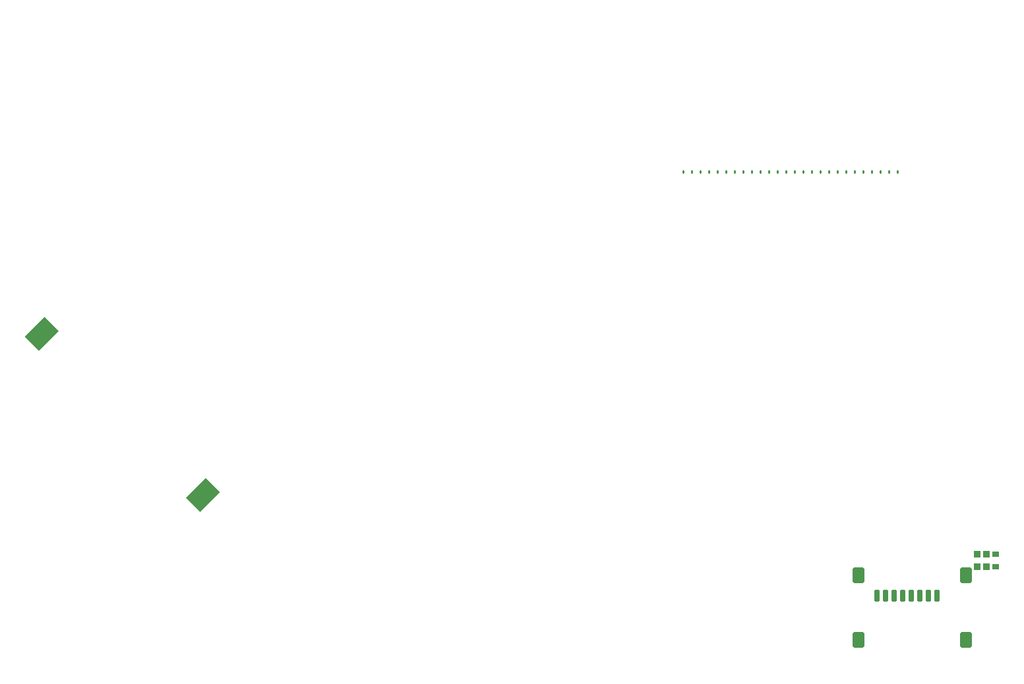
<source format=gbp>
G75*
G70*
%OFA0B0*%
%FSLAX25Y25*%
%IPPOS*%
%LPD*%
%AMOC8*
5,1,8,0,0,1.08239X$1,22.5*
%
%AMM373*
21,1,0.078740,0.045670,-0.000000,0.000000,90.000000*
21,1,0.067320,0.057090,-0.000000,0.000000,90.000000*
1,1,0.011420,0.022840,-0.033660*
1,1,0.011420,0.022840,0.033660*
1,1,0.011420,-0.022840,0.033660*
1,1,0.011420,-0.022840,-0.033660*
%
%AMM374*
21,1,0.059060,0.020470,-0.000000,0.000000,90.000000*
21,1,0.053940,0.025590,-0.000000,0.000000,90.000000*
1,1,0.005120,0.010240,-0.026970*
1,1,0.005120,0.010240,0.026970*
1,1,0.005120,-0.010240,0.026970*
1,1,0.005120,-0.010240,-0.026970*
%
%AMM375*
21,1,0.033470,0.026770,-0.000000,0.000000,270.000000*
21,1,0.026770,0.033470,-0.000000,0.000000,270.000000*
1,1,0.006690,-0.013390,0.013390*
1,1,0.006690,-0.013390,-0.013390*
1,1,0.006690,0.013390,-0.013390*
1,1,0.006690,0.013390,0.013390*
%
%AMM376*
21,1,0.027560,0.030710,-0.000000,0.000000,90.000000*
21,1,0.022050,0.036220,-0.000000,0.000000,90.000000*
1,1,0.005510,0.015350,-0.011020*
1,1,0.005510,0.015350,0.011020*
1,1,0.005510,-0.015350,0.011020*
1,1,0.005510,-0.015350,-0.011020*
%
%ADD111O,0.00000X0.00000*%
%ADD633M373*%
%ADD634M374*%
%ADD635M375*%
%ADD636M376*%
X0000000Y0000000D02*
%LPD*%
G01*
D111*
X0181396Y0335719D03*
X0185235Y0335326D03*
X0188659Y0335719D03*
X0191534Y0335719D03*
X0195057Y0335719D03*
X0203226Y0335719D03*
X0206770Y0335719D03*
X0209566Y0335719D03*
X0213582Y0335326D03*
X0218208Y0335326D03*
X0223522Y0335326D03*
X0228148Y0335326D03*
X0231692Y0331663D03*
X0231692Y0328928D03*
X0231692Y0326250D03*
X0231318Y0323023D03*
X0231692Y0317884D03*
X0231318Y0314066D03*
X0231692Y0309046D03*
X0231692Y0306487D03*
X0231318Y0301763D03*
X0231318Y0297530D03*
X0231318Y0294086D03*
X0231692Y0290838D03*
X0231692Y0267806D03*
G36*
G01*
X0344178Y0257471D02*
X0344178Y0256487D01*
G75*
G02*
X0343686Y0255995I-000492J0000000D01*
G01*
X0343686Y0255995D01*
G75*
G02*
X0343194Y0256487I0000000J0000492D01*
G01*
X0343194Y0257471D01*
G75*
G02*
X0343686Y0257964I0000492J0000000D01*
G01*
X0343686Y0257964D01*
G75*
G02*
X0344178Y0257471I0000000J-000492D01*
G01*
G37*
G36*
G01*
X0348509Y0257471D02*
X0348509Y0256487D01*
G75*
G02*
X0348017Y0255995I-000492J0000000D01*
G01*
X0348017Y0255995D01*
G75*
G02*
X0347525Y0256487I0000000J0000492D01*
G01*
X0347525Y0257471D01*
G75*
G02*
X0348017Y0257964I0000492J0000000D01*
G01*
X0348017Y0257964D01*
G75*
G02*
X0348509Y0257471I0000000J-000492D01*
G01*
G37*
G36*
G01*
X0352840Y0257471D02*
X0352840Y0256487D01*
G75*
G02*
X0352348Y0255995I-000492J0000000D01*
G01*
X0352348Y0255995D01*
G75*
G02*
X0351855Y0256487I0000000J0000492D01*
G01*
X0351855Y0257471D01*
G75*
G02*
X0352348Y0257964I0000492J0000000D01*
G01*
X0352348Y0257964D01*
G75*
G02*
X0352840Y0257471I0000000J-000492D01*
G01*
G37*
G36*
G01*
X0357170Y0257471D02*
X0357170Y0256487D01*
G75*
G02*
X0356678Y0255995I-000492J0000000D01*
G01*
X0356678Y0255995D01*
G75*
G02*
X0356186Y0256487I0000000J0000492D01*
G01*
X0356186Y0257471D01*
G75*
G02*
X0356678Y0257964I0000492J0000000D01*
G01*
X0356678Y0257964D01*
G75*
G02*
X0357170Y0257471I0000000J-000492D01*
G01*
G37*
G36*
G01*
X0361501Y0257471D02*
X0361501Y0256487D01*
G75*
G02*
X0361009Y0255995I-000492J0000000D01*
G01*
X0361009Y0255995D01*
G75*
G02*
X0360517Y0256487I0000000J0000492D01*
G01*
X0360517Y0257471D01*
G75*
G02*
X0361009Y0257964I0000492J0000000D01*
G01*
X0361009Y0257964D01*
G75*
G02*
X0361501Y0257471I0000000J-000492D01*
G01*
G37*
G36*
G01*
X0365832Y0257471D02*
X0365832Y0256487D01*
G75*
G02*
X0365340Y0255995I-000492J0000000D01*
G01*
X0365340Y0255995D01*
G75*
G02*
X0364848Y0256487I0000000J0000492D01*
G01*
X0364848Y0257471D01*
G75*
G02*
X0365340Y0257964I0000492J0000000D01*
G01*
X0365340Y0257964D01*
G75*
G02*
X0365832Y0257471I0000000J-000492D01*
G01*
G37*
G36*
G01*
X0370163Y0257471D02*
X0370163Y0256487D01*
G75*
G02*
X0369670Y0255995I-000492J0000000D01*
G01*
X0369670Y0255995D01*
G75*
G02*
X0369178Y0256487I0000000J0000492D01*
G01*
X0369178Y0257471D01*
G75*
G02*
X0369670Y0257964I0000492J0000000D01*
G01*
X0369670Y0257964D01*
G75*
G02*
X0370163Y0257471I0000000J-000492D01*
G01*
G37*
G36*
G01*
X0374493Y0257471D02*
X0374493Y0256487D01*
G75*
G02*
X0374001Y0255995I-000492J0000000D01*
G01*
X0374001Y0255995D01*
G75*
G02*
X0373509Y0256487I0000000J0000492D01*
G01*
X0373509Y0257471D01*
G75*
G02*
X0374001Y0257964I0000492J0000000D01*
G01*
X0374001Y0257964D01*
G75*
G02*
X0374493Y0257471I0000000J-000492D01*
G01*
G37*
G36*
G01*
X0378824Y0257471D02*
X0378824Y0256487D01*
G75*
G02*
X0378332Y0255995I-000492J0000000D01*
G01*
X0378332Y0255995D01*
G75*
G02*
X0377840Y0256487I0000000J0000492D01*
G01*
X0377840Y0257471D01*
G75*
G02*
X0378332Y0257964I0000492J0000000D01*
G01*
X0378332Y0257964D01*
G75*
G02*
X0378824Y0257471I0000000J-000492D01*
G01*
G37*
G36*
G01*
X0383155Y0257471D02*
X0383155Y0256487D01*
G75*
G02*
X0382663Y0255995I-000492J0000000D01*
G01*
X0382663Y0255995D01*
G75*
G02*
X0382170Y0256487I0000000J0000492D01*
G01*
X0382170Y0257471D01*
G75*
G02*
X0382663Y0257964I0000492J0000000D01*
G01*
X0382663Y0257964D01*
G75*
G02*
X0383155Y0257471I0000000J-000492D01*
G01*
G37*
G36*
G01*
X0387485Y0257471D02*
X0387485Y0256487D01*
G75*
G02*
X0386993Y0255995I-000492J0000000D01*
G01*
X0386993Y0255995D01*
G75*
G02*
X0386501Y0256487I0000000J0000492D01*
G01*
X0386501Y0257471D01*
G75*
G02*
X0386993Y0257964I0000492J0000000D01*
G01*
X0386993Y0257964D01*
G75*
G02*
X0387485Y0257471I0000000J-000492D01*
G01*
G37*
G36*
G01*
X0391816Y0257471D02*
X0391816Y0256487D01*
G75*
G02*
X0391324Y0255995I-000492J0000000D01*
G01*
X0391324Y0255995D01*
G75*
G02*
X0390832Y0256487I0000000J0000492D01*
G01*
X0390832Y0257471D01*
G75*
G02*
X0391324Y0257964I0000492J0000000D01*
G01*
X0391324Y0257964D01*
G75*
G02*
X0391816Y0257471I0000000J-000492D01*
G01*
G37*
G36*
G01*
X0396147Y0257471D02*
X0396147Y0256487D01*
G75*
G02*
X0395655Y0255995I-000492J0000000D01*
G01*
X0395655Y0255995D01*
G75*
G02*
X0395162Y0256487I0000000J0000492D01*
G01*
X0395162Y0257471D01*
G75*
G02*
X0395655Y0257964I0000492J0000000D01*
G01*
X0395655Y0257964D01*
G75*
G02*
X0396147Y0257471I0000000J-000492D01*
G01*
G37*
G36*
G01*
X0400477Y0257471D02*
X0400477Y0256487D01*
G75*
G02*
X0399985Y0255995I-000492J0000000D01*
G01*
X0399985Y0255995D01*
G75*
G02*
X0399493Y0256487I0000000J0000492D01*
G01*
X0399493Y0257471D01*
G75*
G02*
X0399985Y0257964I0000492J0000000D01*
G01*
X0399985Y0257964D01*
G75*
G02*
X0400477Y0257471I0000000J-000492D01*
G01*
G37*
G36*
G01*
X0404808Y0257471D02*
X0404808Y0256487D01*
G75*
G02*
X0404316Y0255995I-000492J0000000D01*
G01*
X0404316Y0255995D01*
G75*
G02*
X0403824Y0256487I0000000J0000492D01*
G01*
X0403824Y0257471D01*
G75*
G02*
X0404316Y0257964I0000492J0000000D01*
G01*
X0404316Y0257964D01*
G75*
G02*
X0404808Y0257471I0000000J-000492D01*
G01*
G37*
G36*
G01*
X0409139Y0257471D02*
X0409139Y0256487D01*
G75*
G02*
X0408647Y0255995I-000492J0000000D01*
G01*
X0408647Y0255995D01*
G75*
G02*
X0408155Y0256487I0000000J0000492D01*
G01*
X0408155Y0257471D01*
G75*
G02*
X0408647Y0257964I0000492J0000000D01*
G01*
X0408647Y0257964D01*
G75*
G02*
X0409139Y0257471I0000000J-000492D01*
G01*
G37*
G36*
G01*
X0413470Y0257471D02*
X0413470Y0256487D01*
G75*
G02*
X0412977Y0255995I-000492J0000000D01*
G01*
X0412977Y0255995D01*
G75*
G02*
X0412485Y0256487I0000000J0000492D01*
G01*
X0412485Y0257471D01*
G75*
G02*
X0412977Y0257964I0000492J0000000D01*
G01*
X0412977Y0257964D01*
G75*
G02*
X0413470Y0257471I0000000J-000492D01*
G01*
G37*
G36*
G01*
X0417800Y0257471D02*
X0417800Y0256487D01*
G75*
G02*
X0417308Y0255995I-000492J0000000D01*
G01*
X0417308Y0255995D01*
G75*
G02*
X0416816Y0256487I0000000J0000492D01*
G01*
X0416816Y0257471D01*
G75*
G02*
X0417308Y0257964I0000492J0000000D01*
G01*
X0417308Y0257964D01*
G75*
G02*
X0417800Y0257471I0000000J-000492D01*
G01*
G37*
G36*
G01*
X0422131Y0257471D02*
X0422131Y0256487D01*
G75*
G02*
X0421639Y0255995I-000492J0000000D01*
G01*
X0421639Y0255995D01*
G75*
G02*
X0421147Y0256487I0000000J0000492D01*
G01*
X0421147Y0257471D01*
G75*
G02*
X0421639Y0257964I0000492J0000000D01*
G01*
X0421639Y0257964D01*
G75*
G02*
X0422131Y0257471I0000000J-000492D01*
G01*
G37*
G36*
G01*
X0426462Y0257471D02*
X0426462Y0256487D01*
G75*
G02*
X0425970Y0255995I-000492J0000000D01*
G01*
X0425970Y0255995D01*
G75*
G02*
X0425477Y0256487I0000000J0000492D01*
G01*
X0425477Y0257471D01*
G75*
G02*
X0425970Y0257964I0000492J0000000D01*
G01*
X0425970Y0257964D01*
G75*
G02*
X0426462Y0257471I0000000J-000492D01*
G01*
G37*
G36*
G01*
X0430792Y0257471D02*
X0430792Y0256487D01*
G75*
G02*
X0430300Y0255995I-000492J0000000D01*
G01*
X0430300Y0255995D01*
G75*
G02*
X0429808Y0256487I0000000J0000492D01*
G01*
X0429808Y0257471D01*
G75*
G02*
X0430300Y0257964I0000492J0000000D01*
G01*
X0430300Y0257964D01*
G75*
G02*
X0430792Y0257471I0000000J-000492D01*
G01*
G37*
G36*
G01*
X0435123Y0257471D02*
X0435123Y0256487D01*
G75*
G02*
X0434631Y0255995I-000492J0000000D01*
G01*
X0434631Y0255995D01*
G75*
G02*
X0434139Y0256487I0000000J0000492D01*
G01*
X0434139Y0257471D01*
G75*
G02*
X0434631Y0257964I0000492J0000000D01*
G01*
X0434631Y0257964D01*
G75*
G02*
X0435123Y0257471I0000000J-000492D01*
G01*
G37*
G36*
G01*
X0439454Y0257471D02*
X0439454Y0256487D01*
G75*
G02*
X0438962Y0255995I-000492J0000000D01*
G01*
X0438962Y0255995D01*
G75*
G02*
X0438469Y0256487I0000000J0000492D01*
G01*
X0438469Y0257471D01*
G75*
G02*
X0438962Y0257964I0000492J0000000D01*
G01*
X0438962Y0257964D01*
G75*
G02*
X0439454Y0257471I0000000J-000492D01*
G01*
G37*
G36*
G01*
X0443784Y0257471D02*
X0443784Y0256487D01*
G75*
G02*
X0443292Y0255995I-000492J0000000D01*
G01*
X0443292Y0255995D01*
G75*
G02*
X0442800Y0256487I0000000J0000492D01*
G01*
X0442800Y0257471D01*
G75*
G02*
X0443292Y0257964I0000492J0000000D01*
G01*
X0443292Y0257964D01*
G75*
G02*
X0443784Y0257471I0000000J-000492D01*
G01*
G37*
G36*
G01*
X0448115Y0257471D02*
X0448115Y0256487D01*
G75*
G02*
X0447623Y0255995I-000492J0000000D01*
G01*
X0447623Y0255995D01*
G75*
G02*
X0447131Y0256487I0000000J0000492D01*
G01*
X0447131Y0257471D01*
G75*
G02*
X0447623Y0257964I0000492J0000000D01*
G01*
X0447623Y0257964D01*
G75*
G02*
X0448115Y0257471I0000000J-000492D01*
G01*
G37*
G36*
G01*
X0451462Y0256487D02*
X0451462Y0257471D01*
G75*
G02*
X0451954Y0257964I0000492J0000000D01*
G01*
X0451954Y0257964D01*
G75*
G02*
X0452446Y0257471I0000000J-000492D01*
G01*
X0452446Y0256487D01*
G75*
G02*
X0451954Y0255995I-000492J0000000D01*
G01*
X0451954Y0255995D01*
G75*
G02*
X0451462Y0256487I0000000J0000492D01*
G01*
G37*
X0463932Y0064597D03*
X0433420Y0011250D03*
X0460901Y0006231D03*
G36*
X0092100Y0092166D02*
G01*
X0102122Y0102188D01*
X0109360Y0094950D01*
X0099338Y0084928D01*
X0092100Y0092166D01*
G37*
G36*
X0010532Y0173733D02*
G01*
X0020554Y0183755D01*
X0027792Y0176517D01*
X0017770Y0166495D01*
X0010532Y0173733D01*
G37*
X0503990Y0004854D02*
G01*
G75*
D633*
X0486372Y0052885D02*
D03*
X0486372Y0020208D02*
D03*
X0432238Y0020208D02*
D03*
X0432238Y0052885D02*
D03*
D634*
X0441608Y0042649D02*
D03*
X0445939Y0042649D02*
D03*
X0450270Y0042649D02*
D03*
X0454600Y0042649D02*
D03*
X0458931Y0042649D02*
D03*
X0463262Y0042649D02*
D03*
X0467592Y0042649D02*
D03*
X0471923Y0042649D02*
D03*
D635*
X0492277Y0057452D02*
D03*
X0492277Y0063673D02*
D03*
X0496903Y0057452D02*
D03*
X0496903Y0063673D02*
D03*
D636*
X0501431Y0063712D02*
D03*
X0501431Y0057413D02*
D03*
M02*

</source>
